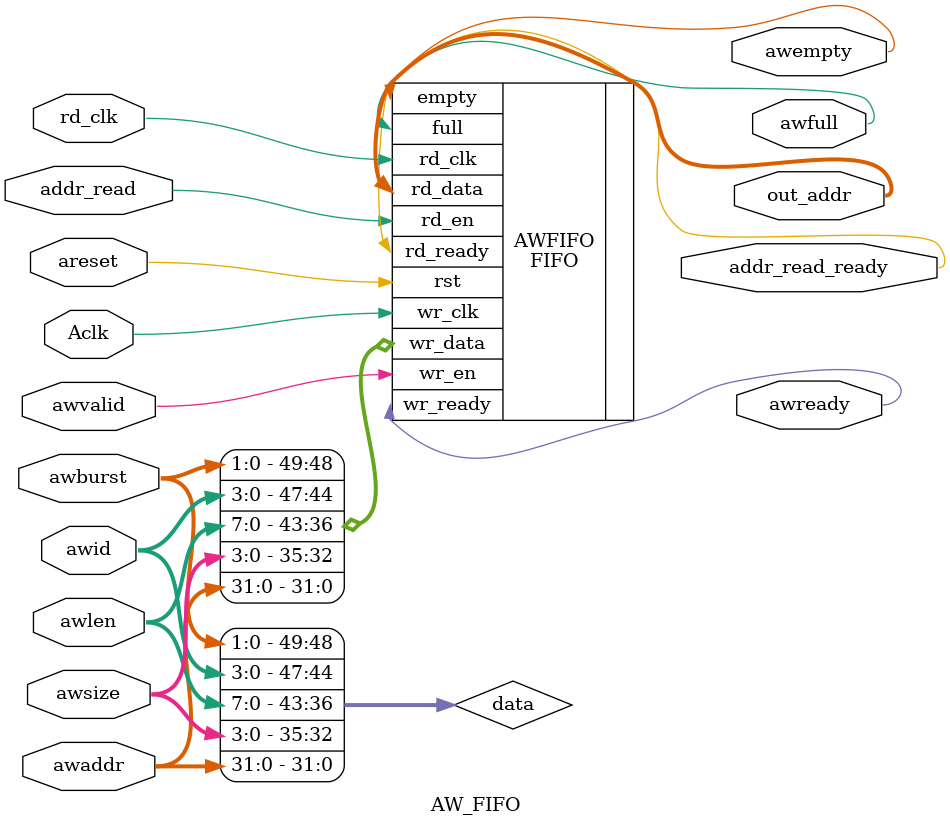
<source format=v>
module AW_FIFO #(parameter ADDR_WIDTH=32, 
    parameter DATA_WIDTH=64,
    parameter ID_WIDTH = 4,
    parameter SIZE_WIDTH=4,
    parameter LEN_WIDTH=8,
    parameter RESPONSE_WIDTH=3,
    parameter AW_DEPTH = 32) (
    //AXI AW CHANNEL PORT DEFINATION
    input Aclk,
    input areset,
    input awvalid,
    input [ADDR_WIDTH-1:0] awaddr,
    input [SIZE_WIDTH-1:0] awsize,
    input [LEN_WIDTH-1:0] awlen,
    input [1:0] awburst,
    input [ID_WIDTH-1:0] awid,
    output awready,
    output awfull,
    output awempty,
    //READ_PORT_DEFINATION
    input rd_clk,
    input addr_read,
    output [ADDR_WIDTH+LEN_WIDTH+SIZE_WIDTH+ID_WIDTH+1:0] out_addr,
    output addr_read_ready
 );
    wire [ADDR_WIDTH+LEN_WIDTH+SIZE_WIDTH+ID_WIDTH+1:0] data;
    
    localparam AW_FIFO_WIDTH = ADDR_WIDTH+LEN_WIDTH+SIZE_WIDTH+ID_WIDTH+2;
    assign data = {awburst,awid,awlen,awsize,awaddr};
 
    FIFO #(
    .DATA_WIDTH(AW_FIFO_WIDTH),
    .DEPTH(AW_DEPTH)) AWFIFO (
                    .rst(areset),
                    .wr_clk(Aclk),
                    .wr_en(awvalid),
                    .wr_data(data),
                    .wr_ready(awready),
                    .rd_clk(rd_clk),
                    .rd_en(addr_read),
                    .rd_data(out_addr),
                    .rd_ready(addr_read_ready),
                    .full(awfull),
                    .empty(awempty)
);
    
endmodule
</source>
